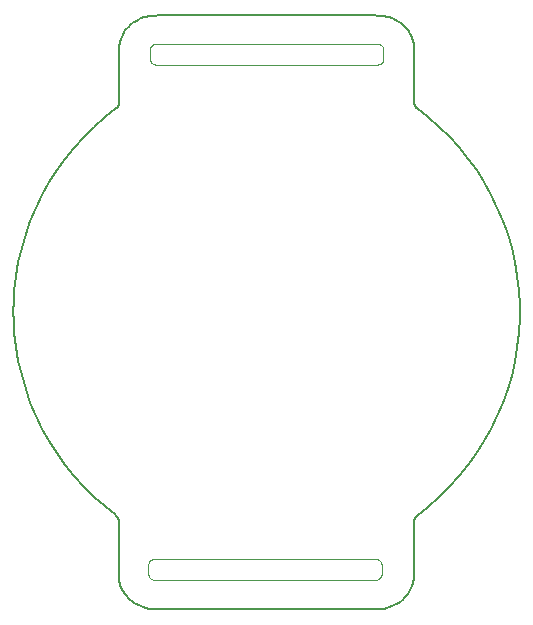
<source format=gbr>
%TF.GenerationSoftware,KiCad,Pcbnew,9.0.2*%
%TF.CreationDate,2025-11-21T20:47:10-08:00*%
%TF.ProjectId,LED Watch,4c454420-5761-4746-9368-2e6b69636164,rev?*%
%TF.SameCoordinates,Original*%
%TF.FileFunction,Profile,NP*%
%FSLAX46Y46*%
G04 Gerber Fmt 4.6, Leading zero omitted, Abs format (unit mm)*
G04 Created by KiCad (PCBNEW 9.0.2) date 2025-11-21 20:47:10*
%MOMM*%
%LPD*%
G01*
G04 APERTURE LIST*
%TA.AperFunction,Profile*%
%ADD10C,0.131876*%
%TD*%
%TA.AperFunction,Profile*%
%ADD11C,0.000000*%
%TD*%
G04 APERTURE END LIST*
D10*
X91069053Y-74899652D02*
X108723792Y-74899652D01*
X108960589Y-74899594D01*
X109106548Y-74900838D01*
X109262780Y-74904103D01*
X109423210Y-74910268D01*
X109581762Y-74920210D01*
X109732362Y-74934809D01*
X109802781Y-74944129D01*
X109868934Y-74954943D01*
X110088337Y-75002506D01*
X110302159Y-75064114D01*
X110509689Y-75139252D01*
X110710210Y-75227401D01*
X110903011Y-75328045D01*
X111087377Y-75440666D01*
X111262595Y-75564749D01*
X111427951Y-75699775D01*
X111582731Y-75845228D01*
X111726223Y-76000590D01*
X111857712Y-76165346D01*
X111918732Y-76251084D01*
X111976485Y-76338977D01*
X112030879Y-76428959D01*
X112081828Y-76520966D01*
X112129240Y-76614934D01*
X112173027Y-76710798D01*
X112213100Y-76808492D01*
X112249370Y-76907954D01*
X112281746Y-77009117D01*
X112310141Y-77111918D01*
X112325884Y-77177883D01*
X112339466Y-77243437D01*
X112351048Y-77308943D01*
X112360785Y-77374764D01*
X112375361Y-77508800D01*
X112384456Y-77648445D01*
X112389332Y-77796601D01*
X112391251Y-77956170D01*
X112391272Y-78321146D01*
X112391272Y-79120066D01*
X112391272Y-82304369D01*
X112391535Y-82311749D01*
X112392326Y-82320651D01*
X112395518Y-82342548D01*
X112400891Y-82369105D01*
X112408492Y-82399371D01*
X112418364Y-82432393D01*
X112424166Y-82449639D01*
X112430553Y-82467217D01*
X112437530Y-82485007D01*
X112445103Y-82502891D01*
X112453277Y-82520749D01*
X112462058Y-82538462D01*
X112471429Y-82555922D01*
X112481299Y-82573050D01*
X112491571Y-82589779D01*
X112502149Y-82606039D01*
X112512934Y-82621761D01*
X112523831Y-82636876D01*
X112534742Y-82651315D01*
X112545571Y-82665009D01*
X112556221Y-82677890D01*
X112566594Y-82689888D01*
X112576594Y-82700935D01*
X112586124Y-82710961D01*
X112595087Y-82719898D01*
X112603386Y-82727676D01*
X112610925Y-82734227D01*
X112617606Y-82739481D01*
X113591451Y-83501507D01*
X114514426Y-84313485D01*
X115385159Y-85172780D01*
X116202278Y-86076758D01*
X116964412Y-87022787D01*
X117670190Y-88008231D01*
X118318241Y-89030458D01*
X118907191Y-90086833D01*
X119435671Y-91174723D01*
X119902308Y-92291493D01*
X120305731Y-93434511D01*
X120644569Y-94601142D01*
X120917450Y-95788752D01*
X121123003Y-96994707D01*
X121259855Y-98216375D01*
X121326636Y-99451120D01*
X121330833Y-99703676D01*
X121332232Y-99992695D01*
X121330833Y-100281710D01*
X121326636Y-100534258D01*
X121259755Y-101770317D01*
X121122646Y-102993255D01*
X120916687Y-104200431D01*
X120643257Y-105389204D01*
X120303735Y-106556934D01*
X119899498Y-107700978D01*
X119431925Y-108818698D01*
X118902394Y-109907451D01*
X118312284Y-110964597D01*
X117662972Y-111987495D01*
X116955838Y-112973504D01*
X116192259Y-113919984D01*
X115373614Y-114824293D01*
X114501282Y-115683792D01*
X113576639Y-116495838D01*
X112601066Y-117257792D01*
X112594402Y-117263033D01*
X112586887Y-117269578D01*
X112578616Y-117277356D01*
X112569686Y-117286298D01*
X112550231Y-117307390D01*
X112539898Y-117319401D01*
X112529290Y-117332294D01*
X112518503Y-117346001D01*
X112507632Y-117360450D01*
X112496774Y-117375571D01*
X112486024Y-117391295D01*
X112475480Y-117407551D01*
X112465236Y-117424269D01*
X112455390Y-117441379D01*
X112446036Y-117458811D01*
X112437268Y-117476487D01*
X112429103Y-117494303D01*
X112421536Y-117512141D01*
X112414563Y-117529883D01*
X112408178Y-117547411D01*
X112402376Y-117564608D01*
X112397151Y-117581355D01*
X112392499Y-117597534D01*
X112388413Y-117613028D01*
X112384890Y-117627719D01*
X112381923Y-117641489D01*
X112379507Y-117654219D01*
X112377637Y-117665793D01*
X112376308Y-117676092D01*
X112375514Y-117684997D01*
X112375251Y-117692392D01*
X112375251Y-121979975D01*
X112374717Y-121980515D01*
X112374452Y-121980779D01*
X112374319Y-121980911D01*
X112374183Y-121981043D01*
X112371909Y-122213413D01*
X112367974Y-122340558D01*
X112361247Y-122471083D01*
X112351034Y-122602041D01*
X112336640Y-122730486D01*
X112327659Y-122792847D01*
X112317371Y-122853474D01*
X112305692Y-122912000D01*
X112292533Y-122968058D01*
X112231752Y-123172052D01*
X112155391Y-123369231D01*
X112064164Y-123559078D01*
X111958787Y-123741078D01*
X111839974Y-123914714D01*
X111708440Y-124079470D01*
X111564902Y-124234829D01*
X111410073Y-124380276D01*
X111244670Y-124515293D01*
X111069407Y-124639366D01*
X110884999Y-124751977D01*
X110692162Y-124852610D01*
X110491610Y-124940749D01*
X110284060Y-125015878D01*
X110070225Y-125077480D01*
X109850821Y-125125040D01*
X109784689Y-125135850D01*
X109714298Y-125145168D01*
X109563769Y-125159764D01*
X109405302Y-125169707D01*
X109244962Y-125175875D01*
X109088815Y-125179144D01*
X108942928Y-125180392D01*
X108706199Y-125180338D01*
X91051459Y-125180338D01*
X90814660Y-125180394D01*
X90668700Y-125179148D01*
X90512467Y-125175880D01*
X90352036Y-125169714D01*
X90193483Y-125159771D01*
X90042882Y-125145172D01*
X89972463Y-125135853D01*
X89906310Y-125125040D01*
X89686908Y-125077476D01*
X89473086Y-125015867D01*
X89265558Y-124940729D01*
X89065037Y-124852580D01*
X88872236Y-124751936D01*
X88687871Y-124639315D01*
X88512653Y-124515233D01*
X88347298Y-124380207D01*
X88192517Y-124234755D01*
X88049026Y-124079392D01*
X87917538Y-123914637D01*
X87856518Y-123828898D01*
X87798766Y-123741005D01*
X87744372Y-123651022D01*
X87693425Y-123559015D01*
X87646013Y-123465046D01*
X87602227Y-123369182D01*
X87562155Y-123271486D01*
X87525887Y-123172024D01*
X87493511Y-123070860D01*
X87465117Y-122968058D01*
X87449375Y-122902094D01*
X87435792Y-122836540D01*
X87424211Y-122771034D01*
X87414473Y-122705213D01*
X87399898Y-122571177D01*
X87390803Y-122431530D01*
X87385927Y-122283372D01*
X87384007Y-122123803D01*
X87383986Y-121758829D01*
X87383986Y-120959925D01*
X87383986Y-117664515D01*
X87383724Y-117657104D01*
X87382932Y-117648170D01*
X87379739Y-117626210D01*
X87374363Y-117599585D01*
X87366759Y-117569252D01*
X87356884Y-117536163D01*
X87351081Y-117518883D01*
X87344693Y-117501271D01*
X87337715Y-117483447D01*
X87330142Y-117465531D01*
X87321967Y-117447640D01*
X87313186Y-117429895D01*
X87303818Y-117412407D01*
X87293951Y-117395247D01*
X87283684Y-117378485D01*
X87273111Y-117362191D01*
X87262330Y-117346433D01*
X87251438Y-117331282D01*
X87240530Y-117316805D01*
X87229705Y-117303074D01*
X87219058Y-117290157D01*
X87208686Y-117278123D01*
X87198685Y-117267042D01*
X87189154Y-117256983D01*
X87180187Y-117248016D01*
X87171882Y-117240210D01*
X87164336Y-117233634D01*
X87157645Y-117228357D01*
X86186339Y-116466216D01*
X85265799Y-115654337D01*
X84397389Y-114795343D01*
X83582471Y-113891858D01*
X82822411Y-112946503D01*
X82118572Y-111961901D01*
X81472318Y-110940675D01*
X80885013Y-109885448D01*
X80358019Y-108798841D01*
X79892703Y-107683478D01*
X79490426Y-106541982D01*
X79152554Y-105376975D01*
X78880449Y-104191079D01*
X78675476Y-102986918D01*
X78538999Y-101767113D01*
X78472381Y-100534288D01*
X78468183Y-100281742D01*
X78466779Y-99992728D01*
X78468175Y-99703710D01*
X78472381Y-99451151D01*
X78539125Y-98217050D01*
X78675869Y-96996001D01*
X78881245Y-95790636D01*
X79153882Y-94603585D01*
X79492413Y-93437479D01*
X79895467Y-92294949D01*
X80361677Y-91178627D01*
X80889672Y-90091144D01*
X81478085Y-89035130D01*
X82125546Y-88013216D01*
X82830686Y-87028034D01*
X83592136Y-86082215D01*
X84408527Y-85178390D01*
X85278491Y-84319190D01*
X86200658Y-83507245D01*
X87173659Y-82745188D01*
X87180361Y-82739915D01*
X87187916Y-82733350D01*
X87196226Y-82725563D01*
X87205195Y-82716621D01*
X87224726Y-82695547D01*
X87235096Y-82683552D01*
X87245740Y-82670676D01*
X87256562Y-82656988D01*
X87267465Y-82642556D01*
X87278354Y-82627448D01*
X87289132Y-82611733D01*
X87299702Y-82595479D01*
X87309969Y-82578755D01*
X87319836Y-82561628D01*
X87329207Y-82544168D01*
X87337994Y-82526452D01*
X87346172Y-82508591D01*
X87353748Y-82490704D01*
X87360726Y-82472911D01*
X87367114Y-82455330D01*
X87372917Y-82438081D01*
X87378140Y-82421283D01*
X87382789Y-82405055D01*
X87386869Y-82389517D01*
X87390387Y-82374788D01*
X87393348Y-82360987D01*
X87395758Y-82348233D01*
X87397623Y-82336646D01*
X87398947Y-82326344D01*
X87399738Y-82317448D01*
X87400000Y-82310076D01*
X87400000Y-78100000D01*
X87401061Y-78098940D01*
X87403342Y-77866574D01*
X87407278Y-77739430D01*
X87414005Y-77608905D01*
X87424217Y-77477946D01*
X87438609Y-77349497D01*
X87447589Y-77287136D01*
X87457875Y-77226506D01*
X87469553Y-77167977D01*
X87482711Y-77111918D01*
X87543480Y-76907954D01*
X87619820Y-76710798D01*
X87711018Y-76520966D01*
X87816360Y-76338977D01*
X87935131Y-76165346D01*
X88066620Y-76000590D01*
X88210111Y-75845228D01*
X88364891Y-75699775D01*
X88530247Y-75564749D01*
X88705464Y-75440666D01*
X88889830Y-75328045D01*
X89082630Y-75227401D01*
X89283151Y-75139252D01*
X89490680Y-75064114D01*
X89704502Y-75002506D01*
X89923903Y-74954943D01*
X89990056Y-74944128D01*
X90060476Y-74934807D01*
X90211076Y-74920207D01*
X90369630Y-74910264D01*
X90530061Y-74904100D01*
X90686294Y-74900836D01*
X90832254Y-74899593D01*
X91069053Y-74899652D01*
D11*
X109280135Y-77292191D02*
X109306676Y-77293996D01*
X109332831Y-77296970D01*
X109358567Y-77301082D01*
X109383852Y-77306303D01*
X109408652Y-77312604D01*
X109432935Y-77319956D01*
X109456668Y-77328328D01*
X109479818Y-77337692D01*
X109502352Y-77348018D01*
X109524237Y-77359277D01*
X109545441Y-77371440D01*
X109565931Y-77384476D01*
X109585674Y-77398357D01*
X109604636Y-77413054D01*
X109622786Y-77428536D01*
X109640091Y-77444775D01*
X109656517Y-77461742D01*
X109672031Y-77479405D01*
X109686602Y-77497738D01*
X109700195Y-77516709D01*
X109712779Y-77536290D01*
X109724320Y-77556451D01*
X109734786Y-77577163D01*
X109744143Y-77598397D01*
X109752360Y-77620123D01*
X109759402Y-77642311D01*
X109765237Y-77664933D01*
X109769833Y-77687958D01*
X109773157Y-77711358D01*
X109775175Y-77735104D01*
X109775855Y-77759165D01*
X109775855Y-78591120D01*
X109775175Y-78615181D01*
X109773157Y-78638926D01*
X109769833Y-78662326D01*
X109765237Y-78685352D01*
X109759402Y-78707974D01*
X109752360Y-78730162D01*
X109744143Y-78751888D01*
X109734786Y-78773121D01*
X109724320Y-78793833D01*
X109712779Y-78813994D01*
X109700195Y-78833575D01*
X109686602Y-78852547D01*
X109672031Y-78870879D01*
X109656517Y-78888543D01*
X109640091Y-78905509D01*
X109622786Y-78921748D01*
X109604636Y-78937231D01*
X109585674Y-78951927D01*
X109565931Y-78965808D01*
X109545441Y-78978845D01*
X109524237Y-78991007D01*
X109502352Y-79002266D01*
X109479818Y-79012593D01*
X109456668Y-79021957D01*
X109432935Y-79030329D01*
X109408652Y-79037680D01*
X109383852Y-79043981D01*
X109358567Y-79049203D01*
X109332831Y-79053315D01*
X109306676Y-79056288D01*
X109280135Y-79058094D01*
X109253241Y-79058702D01*
X90546019Y-79058702D01*
X90519125Y-79058094D01*
X90492583Y-79056288D01*
X90466428Y-79053315D01*
X90440691Y-79049203D01*
X90415406Y-79043981D01*
X90390605Y-79037680D01*
X90366322Y-79030329D01*
X90342589Y-79021957D01*
X90319438Y-79012593D01*
X90296904Y-79002266D01*
X90275018Y-78991007D01*
X90253814Y-78978845D01*
X90233324Y-78965808D01*
X90213581Y-78951927D01*
X90194618Y-78937231D01*
X90176468Y-78921748D01*
X90159163Y-78905509D01*
X90142737Y-78888543D01*
X90127222Y-78870879D01*
X90112652Y-78852547D01*
X90099058Y-78833575D01*
X90086474Y-78813994D01*
X90074933Y-78793833D01*
X90064467Y-78773121D01*
X90055110Y-78751888D01*
X90046894Y-78730162D01*
X90039851Y-78707974D01*
X90034016Y-78685352D01*
X90029420Y-78662326D01*
X90026096Y-78638926D01*
X90024078Y-78615181D01*
X90023398Y-78591120D01*
X90023398Y-77759165D01*
X90024078Y-77735104D01*
X90026096Y-77711358D01*
X90029420Y-77687958D01*
X90034016Y-77664933D01*
X90039851Y-77642311D01*
X90046894Y-77620123D01*
X90055110Y-77598397D01*
X90064467Y-77577163D01*
X90074933Y-77556451D01*
X90086474Y-77536290D01*
X90099058Y-77516709D01*
X90112652Y-77497738D01*
X90127222Y-77479405D01*
X90142737Y-77461742D01*
X90159163Y-77444775D01*
X90176468Y-77428536D01*
X90194618Y-77413054D01*
X90213581Y-77398357D01*
X90233324Y-77384476D01*
X90253814Y-77371440D01*
X90275018Y-77359277D01*
X90296904Y-77348018D01*
X90319438Y-77337692D01*
X90342589Y-77328328D01*
X90366322Y-77319956D01*
X90390605Y-77312604D01*
X90415406Y-77306303D01*
X90440691Y-77301082D01*
X90466428Y-77296970D01*
X90492583Y-77293996D01*
X90519125Y-77292191D01*
X90546019Y-77291582D01*
X109253241Y-77291582D01*
X109280135Y-77292191D01*
X109131585Y-120918737D02*
X109157305Y-120920452D01*
X109182807Y-120923291D01*
X109208048Y-120927238D01*
X109232985Y-120932278D01*
X109257574Y-120938393D01*
X109281774Y-120945569D01*
X109305541Y-120953789D01*
X109328832Y-120963037D01*
X109351605Y-120973298D01*
X109373816Y-120984555D01*
X109395423Y-120996793D01*
X109416383Y-121009995D01*
X109436653Y-121024147D01*
X109456190Y-121039230D01*
X109474952Y-121055231D01*
X109492808Y-121072048D01*
X109509641Y-121089559D01*
X109525432Y-121107726D01*
X109540165Y-121126511D01*
X109553821Y-121145875D01*
X109566383Y-121165780D01*
X109577833Y-121186188D01*
X109588153Y-121207060D01*
X109597325Y-121228358D01*
X109605332Y-121250044D01*
X109612155Y-121272078D01*
X109617778Y-121294424D01*
X109622182Y-121317042D01*
X109625350Y-121339895D01*
X109627264Y-121362943D01*
X109627906Y-121386148D01*
X109627906Y-122218927D01*
X109627264Y-122242133D01*
X109625350Y-122265181D01*
X109622182Y-122288034D01*
X109617778Y-122310652D01*
X109612155Y-122332997D01*
X109605332Y-122355032D01*
X109597325Y-122376718D01*
X109588153Y-122398016D01*
X109577833Y-122418888D01*
X109566383Y-122439296D01*
X109553821Y-122459201D01*
X109540165Y-122478565D01*
X109525432Y-122497350D01*
X109509641Y-122515517D01*
X109492808Y-122533028D01*
X109474952Y-122549845D01*
X109456190Y-122565848D01*
X109436653Y-122580934D01*
X109416383Y-122595086D01*
X109395423Y-122608289D01*
X109373816Y-122620527D01*
X109351605Y-122631785D01*
X109328832Y-122642045D01*
X109305541Y-122651293D01*
X109281774Y-122659512D01*
X109257574Y-122666687D01*
X109232985Y-122672801D01*
X109208048Y-122677840D01*
X109182807Y-122681786D01*
X109157305Y-122684625D01*
X109131585Y-122686339D01*
X109105689Y-122686914D01*
X90413169Y-122686914D01*
X90387274Y-122686339D01*
X90361555Y-122684625D01*
X90336054Y-122681786D01*
X90310815Y-122677840D01*
X90285879Y-122672801D01*
X90261291Y-122666687D01*
X90237092Y-122659512D01*
X90213325Y-122651293D01*
X90190034Y-122642045D01*
X90167262Y-122631785D01*
X90145050Y-122620527D01*
X90123442Y-122608289D01*
X90102481Y-122595086D01*
X90082209Y-122580934D01*
X90062670Y-122565848D01*
X90043906Y-122549845D01*
X90026051Y-122533028D01*
X90009219Y-122515517D01*
X89993429Y-122497350D01*
X89978697Y-122478565D01*
X89965041Y-122459201D01*
X89952480Y-122439296D01*
X89941031Y-122418888D01*
X89930712Y-122398016D01*
X89921540Y-122376718D01*
X89913533Y-122355032D01*
X89906710Y-122332997D01*
X89901087Y-122310652D01*
X89896683Y-122288034D01*
X89893515Y-122265181D01*
X89891601Y-122242133D01*
X89890960Y-122218927D01*
X89890960Y-121386148D01*
X89891601Y-121362943D01*
X89893515Y-121339895D01*
X89896683Y-121317042D01*
X89901087Y-121294424D01*
X89906710Y-121272078D01*
X89913533Y-121250044D01*
X89921540Y-121228358D01*
X89930712Y-121207060D01*
X89941031Y-121186188D01*
X89952480Y-121165780D01*
X89965041Y-121145875D01*
X89978697Y-121126511D01*
X89993429Y-121107726D01*
X90009219Y-121089559D01*
X90026051Y-121072048D01*
X90043906Y-121055231D01*
X90062670Y-121039230D01*
X90082209Y-121024147D01*
X90102481Y-121009995D01*
X90123442Y-120996793D01*
X90145050Y-120984555D01*
X90167262Y-120973298D01*
X90190034Y-120963037D01*
X90213325Y-120953789D01*
X90237092Y-120945569D01*
X90261291Y-120938393D01*
X90285879Y-120932278D01*
X90310815Y-120927238D01*
X90336054Y-120923291D01*
X90361555Y-120920452D01*
X90387274Y-120918737D01*
X90413169Y-120918161D01*
X109105689Y-120918161D01*
X109131585Y-120918737D01*
M02*

</source>
